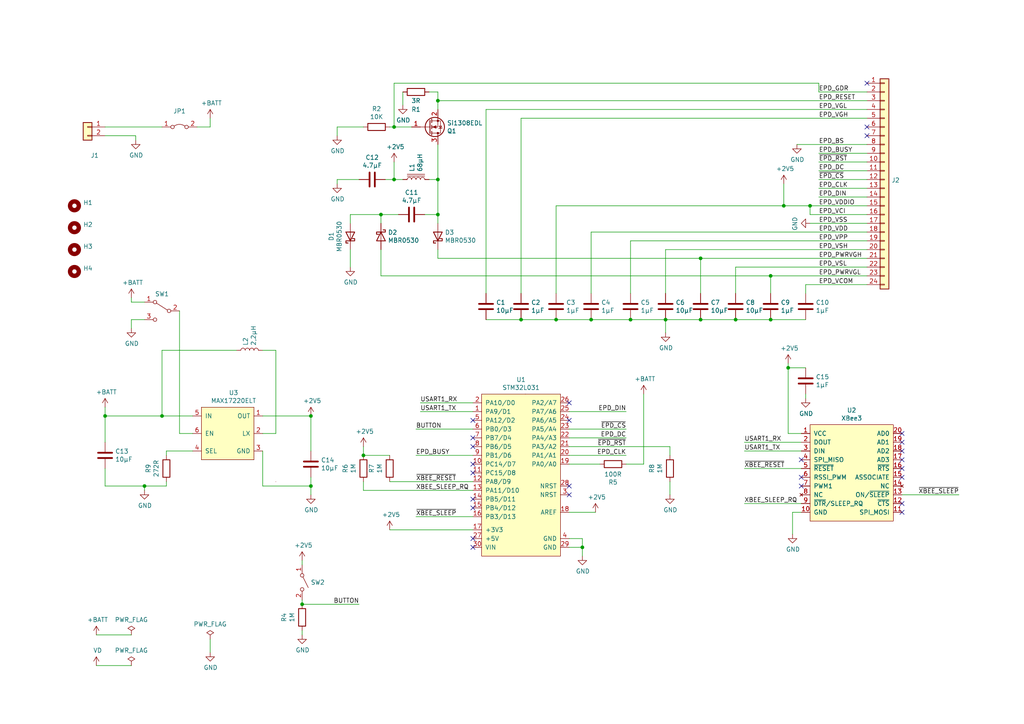
<source format=kicad_sch>
(kicad_sch (version 20211123) (generator eeschema)
  (paper "A4")
  (title_block (title "Board-V1.Ink") (date "2022-01-06") (rev "1.0") (company "INSA - GEI"))
  (lib_symbols
    (symbol "Connector_Generic:Conn_01x02" (pin_names (offset 1.016) hide)
      (property "Reference" "J" (at 0 2.54 0))
      (property "Value" "Conn_01x02" (at 0 -5.08 0))
      (symbol "Conn_01x02_1_1"
        (rectangle (start -1.27 -2.413) (end 0 -2.667) (stroke (width 0.1524)))
        (rectangle (start -1.27 0.127) (end 0 -0.127) (stroke (width 0.1524)))
        (rectangle (start -1.27 1.27) (end 1.27 -3.81) (stroke (width 0.254)) (fill (type background)))
        (pin passive line (at -5.08 0 0) (length 3.81) (name "Pin_1") (number "1"))
        (pin passive line (at -5.08 -2.54 0) (length 3.81) (name "Pin_2") (number "2"))
      )
    )
    (symbol "Connector_Generic:Conn_01x24" (pin_names (offset 1.016) hide)
      (property "Reference" "J" (at 0 30.48 0))
      (property "Value" "Conn_01x24" (at 0 -33.02 0))
      (symbol "Conn_01x24_1_1"
        (rectangle (start -1.27 -30.353) (end 0 -30.607) (stroke (width 0.1524)))
        (rectangle (start -1.27 -27.813) (end 0 -28.067) (stroke (width 0.1524)))
        (rectangle (start -1.27 -25.273) (end 0 -25.527) (stroke (width 0.1524)))
        (rectangle (start -1.27 -22.733) (end 0 -22.987) (stroke (width 0.1524)))
        (rectangle (start -1.27 -20.193) (end 0 -20.447) (stroke (width 0.1524)))
        (rectangle (start -1.27 -17.653) (end 0 -17.907) (stroke (width 0.1524)))
        (rectangle (start -1.27 -15.113) (end 0 -15.367) (stroke (width 0.1524)))
        (rectangle (start -1.27 -12.573) (end 0 -12.827) (stroke (width 0.1524)))
        (rectangle (start -1.27 -10.033) (end 0 -10.287) (stroke (width 0.1524)))
        (rectangle (start -1.27 -7.493) (end 0 -7.747) (stroke (width 0.1524)))
        (rectangle (start -1.27 -4.953) (end 0 -5.207) (stroke (width 0.1524)))
        (rectangle (start -1.27 -2.413) (end 0 -2.667) (stroke (width 0.1524)))
        (rectangle (start -1.27 0.127) (end 0 -0.127) (stroke (width 0.1524)))
        (rectangle (start -1.27 2.667) (end 0 2.413) (stroke (width 0.1524)))
        (rectangle (start -1.27 5.207) (end 0 4.953) (stroke (width 0.1524)))
        (rectangle (start -1.27 7.747) (end 0 7.493) (stroke (width 0.1524)))
        (rectangle (start -1.27 10.287) (end 0 10.033) (stroke (width 0.1524)))
        (rectangle (start -1.27 12.827) (end 0 12.573) (stroke (width 0.1524)))
        (rectangle (start -1.27 15.367) (end 0 15.113) (stroke (width 0.1524)))
        (rectangle (start -1.27 17.907) (end 0 17.653) (stroke (width 0.1524)))
        (rectangle (start -1.27 20.447) (end 0 20.193) (stroke (width 0.1524)))
        (rectangle (start -1.27 22.987) (end 0 22.733) (stroke (width 0.1524)))
        (rectangle (start -1.27 25.527) (end 0 25.273) (stroke (width 0.1524)))
        (rectangle (start -1.27 28.067) (end 0 27.813) (stroke (width 0.1524)))
        (rectangle (start -1.27 29.21) (end 1.27 -31.75) (stroke (width 0.254)) (fill (type background)))
        (pin passive line (at -5.08 27.94 0) (length 3.81) (name "Pin_1") (number "1"))
        (pin passive line (at -5.08 5.08 0) (length 3.81) (name "Pin_10") (number "10"))
        (pin passive line (at -5.08 2.54 0) (length 3.81) (name "Pin_11") (number "11"))
        (pin passive line (at -5.08 0 0) (length 3.81) (name "Pin_12") (number "12"))
        (pin passive line (at -5.08 -2.54 0) (length 3.81) (name "Pin_13") (number "13"))
        (pin passive line (at -5.08 -5.08 0) (length 3.81) (name "Pin_14") (number "14"))
        (pin passive line (at -5.08 -7.62 0) (length 3.81) (name "Pin_15") (number "15"))
        (pin passive line (at -5.08 -10.16 0) (length 3.81) (name "Pin_16") (number "16"))
        (pin passive line (at -5.08 -12.7 0) (length 3.81) (name "Pin_17") (number "17"))
        (pin passive line (at -5.08 -15.24 0) (length 3.81) (name "Pin_18") (number "18"))
        (pin passive line (at -5.08 -17.78 0) (length 3.81) (name "Pin_19") (number "19"))
        (pin passive line (at -5.08 25.4 0) (length 3.81) (name "Pin_2") (number "2"))
        (pin passive line (at -5.08 -20.32 0) (length 3.81) (name "Pin_20") (number "20"))
        (pin passive line (at -5.08 -22.86 0) (length 3.81) (name "Pin_21") (number "21"))
        (pin passive line (at -5.08 -25.4 0) (length 3.81) (name "Pin_22") (number "22"))
        (pin passive line (at -5.08 -27.94 0) (length 3.81) (name "Pin_23") (number "23"))
        (pin passive line (at -5.08 -30.48 0) (length 3.81) (name "Pin_24") (number "24"))
        (pin passive line (at -5.08 22.86 0) (length 3.81) (name "Pin_3") (number "3"))
        (pin passive line (at -5.08 20.32 0) (length 3.81) (name "Pin_4") (number "4"))
        (pin passive line (at -5.08 17.78 0) (length 3.81) (name "Pin_5") (number "5"))
        (pin passive line (at -5.08 15.24 0) (length 3.81) (name "Pin_6") (number "6"))
        (pin passive line (at -5.08 12.7 0) (length 3.81) (name "Pin_7") (number "7"))
        (pin passive line (at -5.08 10.16 0) (length 3.81) (name "Pin_8") (number "8"))
        (pin passive line (at -5.08 7.62 0) (length 3.81) (name "Pin_9") (number "9"))
      )
    )
    (symbol "Device:C" (pin_numbers hide) (pin_names (offset 0.254))
      (property "Reference" "C" (at 0.635 2.54 0))
      (property "Value" "C" (at 0.635 -2.54 0))
      (symbol "C_0_1"
        (polyline (pts (xy -2.032 -0.762) (xy 2.032 -0.762)) (stroke (width 0.508)))
        (polyline (pts (xy -2.032 0.762) (xy 2.032 0.762)) (stroke (width 0.508)))
      )
      (symbol "C_1_1"
        (pin passive line (at 0 3.81 270) (length 2.794) (name "~") (number "1"))
        (pin passive line (at 0 -3.81 90) (length 2.794) (name "~") (number "2"))
      )
    )
    (symbol "Device:L" (pin_numbers hide) (pin_names (offset 1.016) hide)
      (property "Reference" "L" (at -1.27 0 90))
      (property "Value" "L" (at 1.905 0 90))
      (symbol "L_0_1"
        (arc (start 0 -2.54) (mid 0.635 -1.905) (end 0 -1.27))
        (arc (start 0 -1.27) (mid 0.635 -0.635) (end 0 0))
        (arc (start 0 0) (mid 0.635 0.635) (end 0 1.27))
        (arc (start 0 1.27) (mid 0.635 1.905) (end 0 2.54))
      )
      (symbol "L_1_1"
        (pin passive line (at 0 3.81 270) (length 1.27) (name "1") (number "1"))
        (pin passive line (at 0 -3.81 90) (length 1.27) (name "2") (number "2"))
      )
    )
    (symbol "Device:L_Core_Iron" (pin_numbers hide) (pin_names (offset 1.016) hide)
      (property "Reference" "L" (at -1.27 0 90))
      (property "Value" "Device_L_Core_Iron" (at 2.794 0 90))
      (symbol "L_Core_Iron_0_1"
        (arc (start 0 -2.54) (mid 0.635 -1.905) (end 0 -1.27))
        (arc (start 0 -1.27) (mid 0.635 -0.635) (end 0 0))
        (polyline (pts (xy 1.016 2.54) (xy 1.016 -2.54)))
        (polyline (pts (xy 1.524 -2.54) (xy 1.524 2.54)))
        (arc (start 0 0) (mid 0.635 0.635) (end 0 1.27))
        (arc (start 0 1.27) (mid 0.635 1.905) (end 0 2.54))
      )
      (symbol "L_Core_Iron_1_1"
        (pin passive line (at 0 3.81 270) (length 1.27) (name "1") (number "1"))
        (pin passive line (at 0 -3.81 90) (length 1.27) (name "2") (number "2"))
      )
    )
    (symbol "Device:Q_NMOS_GSD" (pin_names (offset 0) hide)
      (property "Reference" "Q" (at 5.08 1.27 0))
      (property "Value" "Q_NMOS_GSD" (at 5.08 -1.27 0))
      (symbol "Q_NMOS_GSD_0_1"
        (polyline (pts (xy 0.254 0) (xy -2.54 0)))
        (polyline (pts (xy 0.254 1.905) (xy 0.254 -1.905)) (stroke (width 0.254)))
        (polyline (pts (xy 0.762 -1.27) (xy 0.762 -2.286)) (stroke (width 0.254)))
        (polyline (pts (xy 0.762 0.508) (xy 0.762 -0.508)) (stroke (width 0.254)))
        (polyline (pts (xy 0.762 2.286) (xy 0.762 1.27)) (stroke (width 0.254)))
        (polyline (pts (xy 2.54 2.54) (xy 2.54 1.778)))
        (polyline (pts (xy 2.54 -2.54) (xy 2.54 0) (xy 0.762 0)))
        (polyline (pts (xy 0.762 -1.778) (xy 3.302 -1.778) (xy 3.302 1.778) (xy 0.762 1.778)))
        (polyline (pts (xy 1.016 0) (xy 2.032 0.381) (xy 2.032 -0.381) (xy 1.016 0)) (fill (type outline)))
        (polyline (pts (xy 2.794 0.508) (xy 2.921 0.381) (xy 3.683 0.381) (xy 3.81 0.254)))
        (polyline (pts (xy 3.302 0.381) (xy 2.921 -0.254) (xy 3.683 -0.254) (xy 3.302 0.381)))
        (circle (center 1.651 0) (radius 2.794) (stroke (width 0.254)))
        (circle (center 2.54 -1.778) (radius 0.254) (fill (type outline)))
        (circle (center 2.54 1.778) (radius 0.254) (fill (type outline)))
      )
      (symbol "Q_NMOS_GSD_1_1"
        (pin input line (at -5.08 0 0) (length 2.54) (name "G") (number "1"))
        (pin passive line (at 2.54 -5.08 90) (length 2.54) (name "S") (number "2"))
        (pin passive line (at 2.54 5.08 270) (length 2.54) (name "D") (number "3"))
      )
    )
    (symbol "Device:R" (pin_numbers hide) (pin_names (offset 0))
      (property "Reference" "R" (at 2.032 0 90))
      (property "Value" "R" (at 0 0 90))
      (symbol "R_0_1"
        (rectangle (start -1.016 -2.54) (end 1.016 2.54) (stroke (width 0.254)))
      )
      (symbol "R_1_1"
        (pin passive line (at 0 3.81 270) (length 1.27) (name "~") (number "1"))
        (pin passive line (at 0 -3.81 90) (length 1.27) (name "~") (number "2"))
      )
    )
    (symbol "Diode:MBR0530" (pin_numbers hide) (pin_names (offset 1.016) hide)
      (property "Reference" "D" (at 0 2.54 0))
      (property "Value" "MBR0530" (at 0 -2.54 0))
      (symbol "MBR0530_0_1"
        (polyline (pts (xy 1.27 0) (xy -1.27 0)))
        (polyline (pts (xy 1.27 1.27) (xy 1.27 -1.27) (xy -1.27 0) (xy 1.27 1.27)) (stroke (width 0.254)))
        (polyline (pts (xy -1.905 0.635) (xy -1.905 1.27) (xy -1.27 1.27) (xy -1.27 -1.27) (xy -0.635 -1.27) (xy -0.635 -0.635)) (stroke (width 0.254)))
      )
      (symbol "MBR0530_1_1"
        (pin passive line (at -3.81 0 0) (length 2.54) (name "K") (number "1"))
        (pin passive line (at 3.81 0 180) (length 2.54) (name "A") (number "2"))
      )
    )
    (symbol "Insa:MAX17220" (pin_names (offset 1.016))
      (property "Reference" "U" (at 0 12.7 0))
      (property "Value" "Insa_MAX17220" (at 0 -7.62 0))
      (symbol "MAX17220_0_1"
        (rectangle (start -7.62 10.16) (end 7.62 -5.08) (fill (type background)))
        (rectangle (start 13.97 -11.43) (end 13.97 -11.43))
      )
      (symbol "MAX17220_1_1"
        (pin power_out line (at 10.16 7.62 180) (length 2.54) (name "OUT") (number "1"))
        (pin bidirectional line (at 10.16 2.54 180) (length 2.54) (name "LX") (number "2"))
        (pin power_in line (at 10.16 -2.54 180) (length 2.54) (name "GND") (number "3"))
        (pin bidirectional line (at -10.16 -2.54 0) (length 2.54) (name "SEL") (number "4"))
        (pin power_in line (at -10.16 7.62 0) (length 2.54) (name "IN") (number "5"))
        (pin input line (at -10.16 2.54 0) (length 2.54) (name "EN") (number "6"))
      )
    )
    (symbol "Insa:STM32L031" (pin_names (offset 1.016))
      (property "Reference" "U" (at 0 25.4 0))
      (property "Value" "Insa_STM32L031" (at -1.27 -25.4 0))
      (symbol "STM32L031_0_1"
        (rectangle (start -12.7 22.86) (end 10.16 -24.13) (fill (type background)))
        (rectangle (start 0 22.86) (end 0 22.86))
      )
      (symbol "STM32L031_1_1"
        (pin bidirectional line (at -15.24 17.78 0) (length 2.54) (name "PA9/D1") (number "1"))
        (pin bidirectional line (at -15.24 2.54 0) (length 2.54) (name "PC14/D7") (number "10"))
        (pin bidirectional line (at -15.24 0 0) (length 2.54) (name "PC15/D8") (number "11"))
        (pin bidirectional line (at -15.24 -2.54 0) (length 2.54) (name "PA8/D9") (number "12"))
        (pin bidirectional line (at -15.24 -5.08 0) (length 2.54) (name "PA11/D10") (number "13"))
        (pin bidirectional line (at -15.24 -7.62 0) (length 2.54) (name "PB5/D11") (number "14"))
        (pin bidirectional line (at -15.24 -10.16 0) (length 2.54) (name "PB4/D12") (number "15"))
        (pin bidirectional line (at -15.24 -12.7 0) (length 2.54) (name "PB3/D13") (number "16"))
        (pin power_in line (at -15.24 -16.51 0) (length 2.54) (name "+3V3") (number "17"))
        (pin power_in line (at 12.7 -11.43 180) (length 2.54) (name "AREF") (number "18"))
        (pin bidirectional line (at 12.7 2.54 180) (length 2.54) (name "PA0/A0") (number "19"))
        (pin bidirectional line (at -15.24 20.32 0) (length 2.54) (name "PA10/D0") (number "2"))
        (pin bidirectional line (at 12.7 5.08 180) (length 2.54) (name "PA1/A1") (number "20"))
        (pin bidirectional line (at 12.7 7.62 180) (length 2.54) (name "PA3/A2") (number "21"))
        (pin bidirectional line (at 12.7 10.16 180) (length 2.54) (name "PA4/A3") (number "22"))
        (pin bidirectional line (at 12.7 12.7 180) (length 2.54) (name "PA5/A4") (number "23"))
        (pin bidirectional line (at 12.7 15.24 180) (length 2.54) (name "PA6/A5") (number "24"))
        (pin bidirectional line (at 12.7 17.78 180) (length 2.54) (name "PA7/A6") (number "25"))
        (pin bidirectional line (at 12.7 20.32 180) (length 2.54) (name "PA2/A7") (number "26"))
        (pin power_in line (at -15.24 -19.05 0) (length 2.54) (name "+5V") (number "27"))
        (pin input line (at 12.7 -3.81 180) (length 2.54) (name "NRST") (number "28"))
        (pin power_in line (at 12.7 -21.59 180) (length 2.54) (name "GND") (number "29"))
        (pin input line (at 12.7 -6.35 180) (length 2.54) (name "NRST") (number "3"))
        (pin power_in line (at -15.24 -21.59 0) (length 2.54) (name "VIN") (number "30"))
        (pin power_in line (at 12.7 -19.05 180) (length 2.54) (name "GND") (number "4"))
        (pin bidirectional line (at -15.24 15.24 0) (length 2.54) (name "PA12/D2") (number "5"))
        (pin bidirectional line (at -15.24 12.7 0) (length 2.54) (name "PB0/D3") (number "6"))
        (pin bidirectional line (at -15.24 10.16 0) (length 2.54) (name "PB7/D4") (number "7"))
        (pin bidirectional line (at -15.24 7.62 0) (length 2.54) (name "PB6/D5") (number "8"))
        (pin bidirectional line (at -15.24 5.08 0) (length 2.54) (name "PB1/D6") (number "9"))
      )
    )
    (symbol "Insa:XBee3" (pin_names (offset 1.016))
      (property "Reference" "U" (at 0 -5.08 0))
      (property "Value" "Insa_XBee3" (at 0 -7.62 0))
      (symbol "XBee3_0_1"
        (rectangle (start -11.43 25.4) (end 12.7 -2.54) (fill (type background)))
      )
      (symbol "XBee3_1_1"
        (pin power_in line (at -13.97 22.86 0) (length 2.54) (name "VCC") (number "1"))
        (pin power_in line (at -13.97 0 0) (length 2.54) (name "GND") (number "10"))
        (pin bidirectional line (at 15.24 0 180) (length 2.54) (name "SPI_MOSI") (number "11"))
        (pin bidirectional line (at 15.24 2.54 180) (length 2.54) (name "~{CTS}") (number "12"))
        (pin bidirectional line (at 15.24 5.08 180) (length 2.54) (name "ON/~{SLEEP}") (number "13"))
        (pin no_connect line (at 15.24 7.62 180) (length 2.54) (name "NC") (number "14"))
        (pin bidirectional line (at 15.24 10.16 180) (length 2.54) (name "ASSOCIATE") (number "15"))
        (pin bidirectional line (at 15.24 12.7 180) (length 2.54) (name "~{RTS}") (number "16"))
        (pin bidirectional line (at 15.24 15.24 180) (length 2.54) (name "AD3") (number "17"))
        (pin bidirectional line (at 15.24 17.78 180) (length 2.54) (name "AD2") (number "18"))
        (pin bidirectional line (at 15.24 20.32 180) (length 2.54) (name "AD1") (number "19"))
        (pin bidirectional line (at -13.97 20.32 0) (length 2.54) (name "DOUT") (number "2"))
        (pin bidirectional line (at 15.24 22.86 180) (length 2.54) (name "AD0") (number "20"))
        (pin bidirectional line (at -13.97 17.78 0) (length 2.54) (name "DIN") (number "3"))
        (pin bidirectional line (at -13.97 15.24 0) (length 2.54) (name "SPI_MISO") (number "4"))
        (pin input line (at -13.97 12.7 0) (length 2.54) (name "~{RESET}") (number "5"))
        (pin bidirectional line (at -13.97 10.16 0) (length 2.54) (name "RSSI_PWM") (number "6"))
        (pin bidirectional line (at -13.97 7.62 0) (length 2.54) (name "PWM1") (number "7"))
        (pin no_connect line (at -13.97 5.08 0) (length 2.54) (name "NC") (number "8"))
        (pin bidirectional line (at -13.97 2.54 0) (length 2.54) (name "~{DTR}/SLEEP_RQ") (number "9"))
      )
    )
    (symbol "Jumper:Jumper_2_Bridged" (pin_names (offset 0) hide)
      (property "Reference" "JP" (at 0 1.905 0))
      (property "Value" "Jumper_2_Bridged" (at 0 -2.54 0))
      (symbol "Jumper_2_Bridged_0_0"
        (circle (center -2.032 0) (radius 0.508))
        (circle (center 2.032 0) (radius 0.508))
      )
      (symbol "Jumper_2_Bridged_0_1"
        (arc (start 1.524 0.254) (mid 0 0.762) (end -1.524 0.254))
      )
      (symbol "Jumper_2_Bridged_1_1"
        (pin passive line (at -5.08 0 0) (length 2.54) (name "A") (number "1"))
        (pin passive line (at 5.08 0 180) (length 2.54) (name "B") (number "2"))
      )
    )
    (symbol "Mechanical:MountingHole" (pin_names (offset 1.016))
      (property "Reference" "H" (at 0 5.08 0))
      (property "Value" "MountingHole" (at 0 3.175 0))
      (symbol "MountingHole_0_1"
        (circle (center 0 0) (radius 1.27) (stroke (width 1.27)))
      )
    )
    (symbol "Switch:SW_SPDT" (pin_names (offset 0) hide)
      (property "Reference" "SW" (at 0 4.318 0))
      (property "Value" "SW_SPDT" (at 0 -5.08 0))
      (symbol "SW_SPDT_0_0"
        (circle (center -2.032 0) (radius 0.508))
        (circle (center 2.032 -2.54) (radius 0.508))
      )
      (symbol "SW_SPDT_0_1"
        (polyline (pts (xy -1.524 0.254) (xy 1.651 2.286)))
        (circle (center 2.032 2.54) (radius 0.508))
      )
      (symbol "SW_SPDT_1_1"
        (pin passive line (at 5.08 2.54 180) (length 2.54) (name "A") (number "1"))
        (pin passive line (at -5.08 0 0) (length 2.54) (name "B") (number "2"))
        (pin passive line (at 5.08 -2.54 180) (length 2.54) (name "C") (number "3"))
      )
    )
    (symbol "Switch:SW_SPST" (pin_names (offset 0) hide)
      (property "Reference" "SW" (at 0 3.175 0))
      (property "Value" "SW_SPST" (at 0 -2.54 0))
      (symbol "SW_SPST_0_0"
        (circle (center -2.032 0) (radius 0.508))
        (polyline (pts (xy -1.524 0.254) (xy 1.524 1.778)))
        (circle (center 2.032 0) (radius 0.508))
      )
      (symbol "SW_SPST_1_1"
        (pin passive line (at -5.08 0 0) (length 2.54) (name "A") (number "1"))
        (pin passive line (at 5.08 0 180) (length 2.54) (name "B") (number "2"))
      )
    )
    (symbol "power:+2V5" (power) (pin_names (offset 0))
      (property "Value" "+2V5" (at 0 3.556 0))
      (symbol "+2V5_0_1"
        (polyline (pts (xy -0.762 1.27) (xy 0 2.54)))
        (polyline (pts (xy 0 0) (xy 0 2.54)))
        (polyline (pts (xy 0 2.54) (xy 0.762 1.27)))
      )
      (symbol "+2V5_1_1"
        (pin power_in line (at 0 0 90) (length 0) hide (name "+2V5") (number "1"))
      )
    )
    (symbol "power:+BATT" (power) (pin_names (offset 0))
      (property "Value" "+BATT" (at 0 3.556 0))
      (symbol "+BATT_0_1"
        (polyline (pts (xy -0.762 1.27) (xy 0 2.54)))
        (polyline (pts (xy 0 0) (xy 0 2.54)))
        (polyline (pts (xy 0 2.54) (xy 0.762 1.27)))
      )
      (symbol "+BATT_1_1"
        (pin power_in line (at 0 0 90) (length 0) hide (name "+BATT") (number "1"))
      )
    )
    (symbol "power:GND" (power) (pin_names (offset 0))
      (property "Value" "GND" (at 0 -3.81 0))
      (symbol "GND_0_1"
        (polyline (pts (xy 0 0) (xy 0 -1.27) (xy 1.27 -1.27) (xy 0 -2.54) (xy -1.27 -1.27) (xy 0 -1.27)))
      )
      (symbol "GND_1_1"
        (pin power_in line (at 0 0 270) (length 0) hide (name "GND") (number "1"))
      )
    )
    (symbol "power:PWR_FLAG" (power) (pin_numbers hide) (pin_names (offset 0) hide)
      (property "Value" "PWR_FLAG" (at 0 3.81 0))
      (symbol "PWR_FLAG_0_0"
        (pin power_out line (at 0 0 90) (length 0) (name "pwr") (number "1"))
      )
      (symbol "PWR_FLAG_0_1"
        (polyline (pts (xy 0 0) (xy 0 1.27) (xy -1.016 1.905) (xy 0 2.54) (xy 1.016 1.905) (xy 0 1.27)))
      )
    )
    (symbol "power:VD" (power) (pin_names (offset 0))
      (property "Value" "VD" (at 0 3.81 0))
      (symbol "VD_0_1"
        (polyline (pts (xy -0.762 1.27) (xy 0 2.54)))
        (polyline (pts (xy 0 0) (xy 0 2.54)))
        (polyline (pts (xy 0 2.54) (xy 0.762 1.27)))
      )
      (symbol "VD_1_1"
        (pin power_in line (at 0 0 90) (length 0) hide (name "VD") (number "1"))
      )
    )
  )
  (junction (at 90.17 140.97))
  (junction (at 127 62.23))
  (junction (at 161.29 92.71))
  (junction (at 228.6 106.68))
  (junction (at 46.99 120.65))
  (junction (at 193.04 92.71))
  (junction (at 151.13 92.71))
  (junction (at 182.88 92.71))
  (junction (at 223.52 80.01))
  (junction (at 234.95 59.69))
  (junction (at 227.33 59.69))
  (junction (at 114.3 52.07))
  (junction (at 114.3 36.83))
  (junction (at 87.63 175.26))
  (junction (at 41.91 140.97))
  (junction (at 90.17 120.65))
  (junction (at 30.48 120.65))
  (junction (at 171.45 92.71))
  (junction (at 105.41 132.08))
  (junction (at 223.52 92.71))
  (junction (at 203.2 92.71))
  (junction (at 127 29.21))
  (junction (at 127 52.07))
  (junction (at 203.2 74.93))
  (junction (at 213.36 92.71))
  (junction (at 110.49 62.23))
  (junction (at 168.91 158.75))
  (no_connect (at 232.41 133.35))
  (no_connect (at 232.41 138.43))
  (no_connect (at 165.1 140.97))
  (no_connect (at 137.16 121.92))
  (no_connect (at 137.16 156.21))
  (no_connect (at 251.46 24.13))
  (no_connect (at 137.16 127))
  (no_connect (at 137.16 144.78))
  (no_connect (at 137.16 137.16))
  (no_connect (at 261.62 138.43))
  (no_connect (at 251.46 36.83))
  (no_connect (at 137.16 134.62))
  (no_connect (at 232.41 140.97))
  (no_connect (at 137.16 158.75))
  (no_connect (at 251.46 39.37))
  (no_connect (at 261.62 130.81))
  (no_connect (at 261.62 133.35))
  (no_connect (at 165.1 116.84))
  (no_connect (at 165.1 121.92))
  (no_connect (at 261.62 128.27))
  (no_connect (at 261.62 148.59))
  (no_connect (at 165.1 143.51))
  (no_connect (at 261.62 135.89))
  (no_connect (at 261.62 146.05))
  (no_connect (at 261.62 125.73))
  (no_connect (at 137.16 129.54))
  (no_connect (at 137.16 147.32))
  (wire (pts (xy 151.13 34.29) (xy 151.13 85.09)))
  (wire (pts (xy 90.17 140.97) (xy 90.17 143.51)))
  (wire (pts (xy 127 29.21) (xy 251.46 29.21)))
  (wire (pts (xy 223.52 80.01) (xy 251.46 80.01)))
  (wire (pts (xy 137.16 124.46) (xy 120.65 124.46)))
  (wire (pts (xy 186.69 114.3) (xy 186.69 134.62)))
  (wire (pts (xy 194.31 139.7) (xy 194.31 143.51)))
  (wire (pts (xy 127 62.23) (xy 127 64.77)))
  (wire (pts (xy 127 52.07) (xy 127 62.23)))
  (wire (pts (xy 165.1 156.21) (xy 168.91 156.21)))
  (wire (pts (xy 30.48 39.37) (xy 39.37 39.37)))
  (wire (pts (xy 137.16 149.86) (xy 120.65 149.86)))
  (wire (pts (xy 30.48 118.11) (xy 30.48 120.65)))
  (wire (pts (xy 231.14 41.91) (xy 251.46 41.91)))
  (wire (pts (xy 229.87 148.59) (xy 229.87 154.94)))
  (wire (pts (xy 165.1 134.62) (xy 173.99 134.62)))
  (wire (pts (xy 39.37 39.37) (xy 39.37 40.64)))
  (wire (pts (xy 251.46 49.53) (xy 237.49 49.53)))
  (wire (pts (xy 101.6 72.39) (xy 101.6 77.47)))
  (wire (pts (xy 194.31 129.54) (xy 194.31 132.08)))
  (wire (pts (xy 41.91 140.97) (xy 48.26 140.97)))
  (wire (pts (xy 165.1 124.46) (xy 181.61 124.46)))
  (wire (pts (xy 76.2 120.65) (xy 90.17 120.65)))
  (wire (pts (xy 193.04 92.71) (xy 182.88 92.71)))
  (wire (pts (xy 60.96 185.42) (xy 60.96 189.23)))
  (wire (pts (xy 87.63 175.26) (xy 104.14 175.26)))
  (wire (pts (xy 227.33 59.69) (xy 234.95 59.69)))
  (wire (pts (xy 114.3 24.13) (xy 237.49 24.13)))
  (wire (pts (xy 213.36 77.47) (xy 213.36 85.09)))
  (wire (pts (xy 140.97 31.75) (xy 140.97 85.09)))
  (wire (pts (xy 223.52 92.71) (xy 213.36 92.71)))
  (wire (pts (xy 30.48 36.83) (xy 46.99 36.83)))
  (wire (pts (xy 127 29.21) (xy 127 31.75)))
  (wire (pts (xy 110.49 62.23) (xy 115.57 62.23)))
  (wire (pts (xy 111.76 52.07) (xy 114.3 52.07)))
  (wire (pts (xy 161.29 59.69) (xy 161.29 85.09)))
  (wire (pts (xy 228.6 105.41) (xy 228.6 106.68)))
  (wire (pts (xy 80.01 101.6) (xy 76.2 101.6)))
  (wire (pts (xy 41.91 87.63) (xy 38.1 87.63)))
  (wire (pts (xy 105.41 132.08) (xy 113.03 132.08)))
  (wire (pts (xy 123.19 62.23) (xy 127 62.23)))
  (wire (pts (xy 57.15 36.83) (xy 60.96 36.83)))
  (wire (pts (xy 105.41 139.7) (xy 105.41 142.24)))
  (wire (pts (xy 233.68 114.3) (xy 233.68 115.57)))
  (wire (pts (xy 46.99 120.65) (xy 46.99 101.6)))
  (wire (pts (xy 87.63 173.99) (xy 87.63 175.26)))
  (wire (pts (xy 87.63 182.88) (xy 87.63 184.15)))
  (wire (pts (xy 232.41 130.81) (xy 215.9 130.81)))
  (wire (pts (xy 30.48 120.65) (xy 30.48 128.27)))
  (wire (pts (xy 223.52 80.01) (xy 223.52 85.09)))
  (wire (pts (xy 213.36 77.47) (xy 251.46 77.47)))
  (wire (pts (xy 137.16 132.08) (xy 120.65 132.08)))
  (wire (pts (xy 161.29 92.71) (xy 151.13 92.71)))
  (wire (pts (xy 227.33 53.34) (xy 227.33 59.69)))
  (wire (pts (xy 193.04 92.71) (xy 193.04 96.52)))
  (wire (pts (xy 52.07 90.17) (xy 52.07 125.73)))
  (wire (pts (xy 114.3 46.99) (xy 114.3 52.07)))
  (wire (pts (xy 168.91 158.75) (xy 168.91 161.29)))
  (wire (pts (xy 38.1 87.63) (xy 38.1 86.36)))
  (wire (pts (xy 251.46 26.67) (xy 237.49 26.67)))
  (wire (pts (xy 233.68 82.55) (xy 251.46 82.55)))
  (wire (pts (xy 186.69 134.62) (xy 181.61 134.62)))
  (wire (pts (xy 127 74.93) (xy 127 72.39)))
  (wire (pts (xy 46.99 120.65) (xy 55.88 120.65)))
  (wire (pts (xy 234.95 62.23) (xy 234.95 59.69)))
  (wire (pts (xy 232.41 125.73) (xy 228.6 125.73)))
  (wire (pts (xy 97.79 36.83) (xy 97.79 39.37)))
  (wire (pts (xy 165.1 148.59) (xy 172.72 148.59)))
  (wire (pts (xy 251.46 46.99) (xy 237.49 46.99)))
  (wire (pts (xy 251.46 57.15) (xy 237.49 57.15)))
  (wire (pts (xy 234.95 62.23) (xy 251.46 62.23)))
  (wire (pts (xy 165.1 119.38) (xy 181.61 119.38)))
  (wire (pts (xy 228.6 106.68) (xy 228.6 125.73)))
  (wire (pts (xy 97.79 52.07) (xy 97.79 53.34)))
  (wire (pts (xy 48.26 140.97) (xy 48.26 139.7)))
  (wire (pts (xy 232.41 128.27) (xy 215.9 128.27)))
  (wire (pts (xy 124.46 52.07) (xy 127 52.07)))
  (wire (pts (xy 171.45 67.31) (xy 251.46 67.31)))
  (wire (pts (xy 101.6 62.23) (xy 110.49 62.23)))
  (wire (pts (xy 203.2 74.93) (xy 251.46 74.93)))
  (wire (pts (xy 232.41 146.05) (xy 215.9 146.05)))
  (wire (pts (xy 41.91 142.24) (xy 41.91 140.97)))
  (wire (pts (xy 48.26 130.81) (xy 48.26 132.08)))
  (wire (pts (xy 161.29 59.69) (xy 227.33 59.69)))
  (wire (pts (xy 182.88 92.71) (xy 171.45 92.71)))
  (wire (pts (xy 261.62 143.51) (xy 278.13 143.51)))
  (wire (pts (xy 30.48 135.89) (xy 30.48 140.97)))
  (wire (pts (xy 228.6 106.68) (xy 233.68 106.68)))
  (wire (pts (xy 232.41 148.59) (xy 229.87 148.59)))
  (wire (pts (xy 165.1 158.75) (xy 168.91 158.75)))
  (wire (pts (xy 165.1 127) (xy 181.61 127)))
  (wire (pts (xy 137.16 119.38) (xy 121.92 119.38)))
  (wire (pts (xy 203.2 74.93) (xy 203.2 85.09)))
  (wire (pts (xy 110.49 80.01) (xy 110.49 72.39)))
  (wire (pts (xy 27.94 193.04) (xy 38.1 193.04)))
  (wire (pts (xy 110.49 64.77) (xy 110.49 62.23)))
  (wire (pts (xy 114.3 36.83) (xy 114.3 24.13)))
  (wire (pts (xy 46.99 101.6) (xy 68.58 101.6)))
  (wire (pts (xy 55.88 125.73) (xy 52.07 125.73)))
  (wire (pts (xy 193.04 72.39) (xy 193.04 85.09)))
  (wire (pts (xy 90.17 120.65) (xy 90.17 130.81)))
  (wire (pts (xy 203.2 74.93) (xy 127 74.93)))
  (wire (pts (xy 251.46 44.45) (xy 237.49 44.45)))
  (wire (pts (xy 234.95 64.77) (xy 251.46 64.77)))
  (wire (pts (xy 127 26.67) (xy 127 29.21)))
  (wire (pts (xy 113.03 153.67) (xy 137.16 153.67)))
  (wire (pts (xy 127 41.91) (xy 127 52.07)))
  (wire (pts (xy 76.2 140.97) (xy 90.17 140.97)))
  (wire (pts (xy 213.36 92.71) (xy 203.2 92.71)))
  (wire (pts (xy 182.88 69.85) (xy 251.46 69.85)))
  (wire (pts (xy 171.45 67.31) (xy 171.45 85.09)))
  (wire (pts (xy 60.96 34.29) (xy 60.96 36.83)))
  (wire (pts (xy 116.84 30.48) (xy 116.84 26.67)))
  (wire (pts (xy 124.46 26.67) (xy 127 26.67)))
  (wire (pts (xy 76.2 125.73) (xy 80.01 125.73)))
  (wire (pts (xy 90.17 138.43) (xy 90.17 140.97)))
  (wire (pts (xy 203.2 92.71) (xy 193.04 92.71)))
  (wire (pts (xy 105.41 36.83) (xy 97.79 36.83)))
  (wire (pts (xy 151.13 92.71) (xy 140.97 92.71)))
  (wire (pts (xy 46.99 120.65) (xy 30.48 120.65)))
  (wire (pts (xy 105.41 129.54) (xy 105.41 132.08)))
  (wire (pts (xy 151.13 34.29) (xy 251.46 34.29)))
  (wire (pts (xy 38.1 92.71) (xy 38.1 95.25)))
  (wire (pts (xy 233.68 92.71) (xy 223.52 92.71)))
  (wire (pts (xy 80.01 125.73) (xy 80.01 101.6)))
  (wire (pts (xy 233.68 82.55) (xy 233.68 85.09)))
  (wire (pts (xy 30.48 140.97) (xy 41.91 140.97)))
  (wire (pts (xy 38.1 184.15) (xy 27.94 184.15)))
  (wire (pts (xy 114.3 52.07) (xy 116.84 52.07)))
  (wire (pts (xy 251.46 52.07) (xy 237.49 52.07)))
  (wire (pts (xy 41.91 92.71) (xy 38.1 92.71)))
  (wire (pts (xy 76.2 130.81) (xy 76.2 140.97)))
  (wire (pts (xy 232.41 135.89) (xy 215.9 135.89)))
  (wire (pts (xy 104.14 52.07) (xy 97.79 52.07)))
  (wire (pts (xy 165.1 132.08) (xy 181.61 132.08)))
  (wire (pts (xy 87.63 162.56) (xy 87.63 163.83)))
  (wire (pts (xy 101.6 64.77) (xy 101.6 62.23)))
  (wire (pts (xy 171.45 92.71) (xy 161.29 92.71)))
  (wire (pts (xy 251.46 54.61) (xy 237.49 54.61)))
  (wire (pts (xy 137.16 116.84) (xy 121.92 116.84)))
  (wire (pts (xy 234.95 59.69) (xy 251.46 59.69)))
  (wire (pts (xy 113.03 139.7) (xy 137.16 139.7)))
  (wire (pts (xy 48.26 130.81) (xy 55.88 130.81)))
  (wire (pts (xy 105.41 142.24) (xy 137.16 142.24)))
  (wire (pts (xy 119.38 36.83) (xy 114.3 36.83)))
  (wire (pts (xy 168.91 156.21) (xy 168.91 158.75)))
  (wire (pts (xy 140.97 31.75) (xy 251.46 31.75)))
  (wire (pts (xy 193.04 72.39) (xy 251.46 72.39)))
  (wire (pts (xy 182.88 69.85) (xy 182.88 85.09)))
  (wire (pts (xy 114.3 36.83) (xy 113.03 36.83)))
  (wire (pts (xy 237.49 24.13) (xy 237.49 26.67)))
  (wire (pts (xy 165.1 129.54) (xy 194.31 129.54)))
  (wire (pts (xy 223.52 80.01) (xy 110.49 80.01)))
  (label "EPD_VSS" (at 237.49 64.77 0))
  (label "EPD_CLK" (at 181.61 132.08 180))
  (label "EPD_BS" (at 237.49 41.91 0))
  (label "EPD_VDD" (at 237.49 67.31 0))
  (label "EPD_VPP" (at 237.49 69.85 0))
  (label "USART1_TX" (at 121.92 119.38 0))
  (label "~{EPD_RST}" (at 237.49 46.99 0))
  (label "~{EPD_RST}" (at 181.61 129.54 180))
  (label "XBEE_SLEEP_RQ" (at 215.9 146.05 0))
  (label "EPD_BUSY" (at 237.49 44.45 0))
  (label "EPD_VCOM" (at 237.49 82.55 0))
  (label "EPD_CLK" (at 237.49 54.61 0))
  (label "EPD_DC" (at 237.49 49.53 0))
  (label "EPD_VDDIO" (at 237.49 59.69 0))
  (label "USART1_TX" (at 215.9 130.81 0))
  (label "EPD_VSL" (at 237.49 77.47 0))
  (label "EPD_PWRVGL" (at 237.49 80.01 0))
  (label "EPD_DC" (at 181.61 127 180))
  (label "~{EPD_CS}" (at 181.61 124.46 180))
  (label "EPD_PWRVGH" (at 237.49 74.93 0))
  (label "EPD_DIN" (at 181.61 119.38 180))
  (label "EPD_VGL" (at 237.49 31.75 0))
  (label "BUTTON" (at 120.65 124.46 0))
  (label "~{XBEE_SLEEP}" (at 278.13 143.51 180))
  (label "USART1_RX" (at 215.9 128.27 0))
  (label "EPD_DIN" (at 237.49 57.15 0))
  (label "BUTTON" (at 104.14 175.26 180))
  (label "EPD_VSH" (at 237.49 72.39 0))
  (label "~{EPD_CS}" (at 237.49 52.07 0))
  (label "~{XBEE_RESET}" (at 215.9 135.89 0))
  (label "EPD_RESET" (at 237.49 29.21 0))
  (label "XBEE_SLEEP_RQ" (at 120.65 142.24 0))
  (label "EPD_BUSY" (at 120.65 132.08 0))
  (label "EPD_VCI" (at 237.49 62.23 0))
  (label "EPD_GDR" (at 237.49 26.67 0))
  (label "~{XBEE_RESET}" (at 120.65 139.7 0))
  (label "EPD_VGH" (at 237.49 34.29 0))
  (label "~{XBEE_SLEEP}" (at 120.65 149.86 0))
  (label "USART1_RX" (at 121.92 116.84 0))
  (symbol (lib_id "Connector_Generic:Conn_01x24") (at 256.54 52.07 0) (unit 1)
    (property "Reference" "J2" (at 258.572 52.2732 0) (effects (justify left)))
    (property "Value" "Conn_01x24" (effects hide))
    (property "Footprint" "Connector_FFC-FPC:Hirose_FH12-24S-0.5SH_1x24-1MP_P0.50mm_Horizontal" (effects hide))
  )
  (symbol (lib_id "Connector_Generic:Conn_01x02") (at 25.4 36.83 0) (mirror y) (unit 1)
    (property "Reference" "J1" (at 27.4828 45.085 0))
    (property "Value" "Conn_01x02" (effects hide))
    (property "Footprint" "Connector_PinHeader_2.54mm:PinHeader_1x02_P2.54mm_Vertical" (effects hide))
  )
  (symbol (lib_id "power:+BATT") (at 60.96 34.29 0) (unit 1)
    (property "Reference" "#PWR0101" (effects hide))
    (property "Value" "+BATT" (at 61.341 29.8958 0))
  )
  (symbol (lib_id "power:GND") (at 39.37 40.64 0) (unit 1)
    (property "Reference" "#PWR0102" (effects hide))
    (property "Value" "GND" (at 39.497 45.0342 0))
  )
  (symbol (lib_id "Device:C") (at 233.68 88.9 0) (unit 1)
    (property "Reference" "C10" (at 236.601 87.7316 0) (effects (justify left)))
    (property "Value" "1µF" (at 236.601 90.043 0) (effects (justify left)))
    (property "Footprint" "Capacitor_SMD:C_0603_1608Metric" (effects hide))
  )
  (symbol (lib_id "Device:L_Core_Iron") (at 120.65 52.07 90) (unit 1)
    (property "Reference" "L1" (at 119.4816 49.8348 0) (effects (justify left)))
    (property "Value" "68µH" (at 121.793 49.8348 0) (effects (justify left)))
    (property "Footprint" "Inductor_SMD:L_1210_3225Metric_Pad1.42x2.65mm_HandSolder" (effects hide))
  )
  (symbol (lib_id "power:GND") (at 234.95 64.77 270) (unit 1)
    (property "Reference" "#PWR0104" (effects hide))
    (property "Value" "GND" (at 230.5558 64.897 0))
  )
  (symbol (lib_id "Diode:MBR0530") (at 101.6 68.58 90) (unit 1)
    (property "Reference" "D1" (at 96.0882 68.58 0))
    (property "Value" "MBR0530" (at 98.3996 68.58 0))
    (property "Footprint" "Diode_SMD:D_TUMD2" (effects hide))
    (property "Datasheet" "http://www.mccsemi.com/up_pdf/MBR0520~MBR0580(SOD123).pdf" (effects hide))
  )
  (symbol (lib_id "Device:Q_NMOS_GSD") (at 124.46 36.83 0) (mirror x) (unit 1)
    (property "Reference" "Q1" (at 129.6416 37.9984 0) (effects (justify left)))
    (property "Value" "Si1308EDL" (at 129.6416 35.687 0) (effects (justify left)))
    (property "Footprint" "Package_TO_SOT_SMD:SOT-323_SC-70" (effects hide))
  )
  (symbol (lib_id "Diode:MBR0530") (at 110.49 68.58 270) (unit 1)
    (property "Reference" "D2" (at 112.522 67.4116 90) (effects (justify left)))
    (property "Value" "MBR0530" (at 112.522 69.723 90) (effects (justify left)))
    (property "Footprint" "Diode_SMD:D_TUMD2" (effects hide))
    (property "Datasheet" "http://www.mccsemi.com/up_pdf/MBR0520~MBR0580(SOD123).pdf" (effects hide))
  )
  (symbol (lib_id "Diode:MBR0530") (at 127 68.58 90) (unit 1)
    (property "Reference" "D3" (at 129.032 67.4116 90) (effects (justify right)))
    (property "Value" "MBR0530" (at 129.032 69.723 90) (effects (justify right)))
    (property "Footprint" "Diode_SMD:D_TUMD2" (effects hide))
    (property "Datasheet" "http://www.mccsemi.com/up_pdf/MBR0520~MBR0580(SOD123).pdf" (effects hide))
  )
  (symbol (lib_id "Device:C") (at 223.52 88.9 0) (unit 1)
    (property "Reference" "C9" (at 226.441 87.7316 0) (effects (justify left)))
    (property "Value" "1µF" (at 226.441 90.043 0) (effects (justify left)))
    (property "Footprint" "Capacitor_SMD:C_0603_1608Metric" (effects hide))
  )
  (symbol (lib_id "Device:C") (at 213.36 88.9 0) (unit 1)
    (property "Reference" "C8" (at 216.281 87.7316 0) (effects (justify left)))
    (property "Value" "10µF" (at 216.281 90.043 0) (effects (justify left)))
    (property "Footprint" "Capacitor_SMD:C_0603_1608Metric" (effects hide))
  )
  (symbol (lib_id "Device:C") (at 203.2 88.9 0) (unit 1)
    (property "Reference" "C7" (at 206.121 87.7316 0) (effects (justify left)))
    (property "Value" "10µF" (at 206.121 90.043 0) (effects (justify left)))
    (property "Footprint" "Capacitor_SMD:C_0603_1608Metric" (effects hide))
  )
  (symbol (lib_id "Device:C") (at 193.04 88.9 0) (unit 1)
    (property "Reference" "C6" (at 195.961 87.7316 0) (effects (justify left)))
    (property "Value" "10µF" (at 195.961 90.043 0) (effects (justify left)))
    (property "Footprint" "Capacitor_SMD:C_0603_1608Metric" (effects hide))
  )
  (symbol (lib_id "power:GND") (at 193.04 96.52 0) (unit 1)
    (property "Reference" "#PWR0105" (effects hide))
    (property "Value" "GND" (at 193.167 100.9142 0))
  )
  (symbol (lib_id "Device:C") (at 182.88 88.9 0) (unit 1)
    (property "Reference" "C5" (at 185.801 87.7316 0) (effects (justify left)))
    (property "Value" "1µF" (at 185.801 90.043 0) (effects (justify left)))
    (property "Footprint" "Capacitor_SMD:C_0603_1608Metric" (effects hide))
  )
  (symbol (lib_id "Device:C") (at 171.45 88.9 0) (unit 1)
    (property "Reference" "C4" (at 174.371 87.7316 0) (effects (justify left)))
    (property "Value" "1µF" (at 174.371 90.043 0) (effects (justify left)))
    (property "Footprint" "Capacitor_SMD:C_0603_1608Metric" (effects hide))
  )
  (symbol (lib_id "Device:C") (at 161.29 88.9 0) (unit 1)
    (property "Reference" "C3" (at 164.211 87.7316 0) (effects (justify left)))
    (property "Value" "1µF" (at 164.211 90.043 0) (effects (justify left)))
    (property "Footprint" "Capacitor_SMD:C_0603_1608Metric" (effects hide))
  )
  (symbol (lib_id "Device:C") (at 151.13 88.9 0) (unit 1)
    (property "Reference" "C2" (at 154.051 87.7316 0) (effects (justify left)))
    (property "Value" "1µF" (at 154.051 90.043 0) (effects (justify left)))
    (property "Footprint" "Capacitor_SMD:C_0603_1608Metric" (effects hide))
  )
  (symbol (lib_id "Device:C") (at 140.97 88.9 0) (unit 1)
    (property "Reference" "C1" (at 143.891 87.7316 0) (effects (justify left)))
    (property "Value" "10µF" (at 143.891 90.043 0) (effects (justify left)))
    (property "Footprint" "Capacitor_SMD:C_0603_1608Metric" (effects hide))
  )
  (symbol (lib_id "power:GND") (at 231.14 41.91 0) (unit 1)
    (property "Reference" "#PWR0126" (effects hide))
    (property "Value" "GND" (at 231.267 46.3042 0))
  )
  (symbol (lib_id "power:PWR_FLAG") (at 38.1 184.15 0) (unit 1)
    (property "Reference" "#FLG0101" (effects hide))
    (property "Value" "PWR_FLAG" (at 38.1 179.7558 0))
  )
  (symbol (lib_id "power:PWR_FLAG") (at 38.1 193.04 0) (unit 1)
    (property "Reference" "#FLG0102" (effects hide))
    (property "Value" "PWR_FLAG" (at 38.1 188.6458 0))
  )
  (symbol (lib_id "power:GND") (at 101.6 77.47 0) (unit 1)
    (property "Reference" "#PWR0106" (effects hide))
    (property "Value" "GND" (at 101.727 81.8642 0))
  )
  (symbol (lib_id "Device:C") (at 119.38 62.23 90) (unit 1)
    (property "Reference" "C11" (at 119.38 55.8292 90))
    (property "Value" "4.7µF" (at 119.38 58.1406 90))
    (property "Footprint" "Capacitor_SMD:C_0603_1608Metric" (effects hide))
  )
  (symbol (lib_id "power:+BATT") (at 186.69 114.3 0) (unit 1)
    (property "Reference" "#PWR0103" (effects hide))
    (property "Value" "+BATT" (at 187.071 109.9058 0))
  )
  (symbol (lib_id "power:PWR_FLAG") (at 60.96 185.42 0) (unit 1)
    (property "Reference" "#FLG0104" (effects hide))
    (property "Value" "PWR_FLAG" (at 60.96 181.0258 0))
  )
  (symbol (lib_id "power:GND") (at 60.96 189.23 0) (unit 1)
    (property "Reference" "#PWR0127" (effects hide))
    (property "Value" "GND" (at 61.087 193.6242 0))
  )
  (symbol (lib_id "Device:C") (at 107.95 52.07 90) (unit 1)
    (property "Reference" "C12" (at 107.95 45.6692 90))
    (property "Value" "4.7µF" (at 107.95 47.9806 90))
    (property "Footprint" "Capacitor_SMD:C_0603_1608Metric" (effects hide))
  )
  (symbol (lib_id "power:GND") (at 97.79 53.34 0) (unit 1)
    (property "Reference" "#PWR0107" (effects hide))
    (property "Value" "GND" (at 97.917 57.7342 0))
  )
  (symbol (lib_id "power:+BATT") (at 27.94 184.15 0) (unit 1)
    (property "Reference" "#PWR0129" (effects hide))
    (property "Value" "+BATT" (at 28.321 179.7558 0))
  )
  (symbol (lib_id "Device:R") (at 109.22 36.83 90) (unit 1)
    (property "Reference" "R2" (at 109.22 31.5722 90))
    (property "Value" "10K" (at 109.22 33.8836 90))
    (property "Footprint" "Resistor_SMD:R_0603_1608Metric" (effects hide))
  )
  (symbol (lib_id "Device:R") (at 120.65 26.67 270) (unit 1)
    (property "Reference" "R1" (at 120.65 31.75 90))
    (property "Value" "3R" (at 120.65 29.21 90))
    (property "Footprint" "Resistor_SMD:R_0603_1608Metric" (effects hide))
  )
  (symbol (lib_id "power:VD") (at 27.94 193.04 0) (unit 1)
    (property "Reference" "#PWR0130" (effects hide))
    (property "Value" "VD" (at 28.321 188.6458 0))
  )
  (symbol (lib_id "power:GND") (at 97.79 39.37 0) (unit 1)
    (property "Reference" "#PWR0108" (effects hide))
    (property "Value" "GND" (at 97.917 43.7642 0))
  )
  (symbol (lib_id "power:GND") (at 116.84 30.48 0) (unit 1)
    (property "Reference" "#PWR0109" (effects hide))
    (property "Value" "GND" (at 116.967 34.8742 0))
  )
  (symbol (lib_id "Insa:STM32L031") (at 152.4 137.16 0) (unit 1)
    (property "Reference" "U1" (at 151.13 110.109 0))
    (property "Value" "STM32L031" (at 151.13 112.4204 0))
    (property "Footprint" "Insa:STM32-Nucleo-32" (effects hide))
  )
  (symbol (lib_id "Insa:XBee3") (at 246.38 148.59 0) (unit 1)
    (property "Reference" "U2" (at 247.015 118.999 0))
    (property "Value" "XBee3" (at 247.015 121.3104 0))
    (property "Footprint" "Insa:Xbee3" (effects hide))
  )
  (symbol (lib_id "Device:L") (at 72.39 101.6 90) (unit 1)
    (property "Reference" "L2" (at 71.2216 100.2792 0) (effects (justify left)))
    (property "Value" "2,2µH" (at 73.533 100.2792 0) (effects (justify left)))
    (property "Footprint" "Inductor_SMD:L_Wuerth_MAPI-4030" (effects hide))
  )
  (symbol (lib_id "Device:C") (at 30.48 132.08 0) (unit 1)
    (property "Reference" "C13" (at 33.401 130.9116 0) (effects (justify left)))
    (property "Value" "10µF" (at 33.401 133.223 0) (effects (justify left)))
    (property "Footprint" "Capacitor_SMD:C_0805_2012Metric" (effects hide))
  )
  (symbol (lib_id "Device:C") (at 90.17 134.62 0) (unit 1)
    (property "Reference" "C14" (at 93.091 133.4516 0) (effects (justify left)))
    (property "Value" "10µF" (at 93.091 135.763 0) (effects (justify left)))
    (property "Footprint" "Capacitor_SMD:C_0805_2012Metric" (effects hide))
  )
  (symbol (lib_id "power:GND") (at 41.91 142.24 0) (unit 1)
    (property "Reference" "#PWR0111" (effects hide))
    (property "Value" "GND" (at 42.037 146.6342 0))
  )
  (symbol (lib_id "power:GND") (at 90.17 143.51 0) (unit 1)
    (property "Reference" "#PWR0112" (effects hide))
    (property "Value" "GND" (at 90.297 147.9042 0))
  )
  (symbol (lib_id "Device:C") (at 233.68 110.49 0) (unit 1)
    (property "Reference" "C15" (at 236.601 109.3216 0) (effects (justify left)))
    (property "Value" "1µF" (at 236.601 111.633 0) (effects (justify left)))
    (property "Footprint" "Capacitor_SMD:C_0805_2012Metric" (effects hide))
  )
  (symbol (lib_id "power:+BATT") (at 30.48 118.11 0) (unit 1)
    (property "Reference" "#PWR0114" (effects hide))
    (property "Value" "+BATT" (at 30.861 113.7158 0))
  )
  (symbol (lib_id "power:GND") (at 233.68 115.57 0) (unit 1)
    (property "Reference" "#PWR0124" (effects hide))
    (property "Value" "GND" (at 233.807 119.9642 0))
  )
  (symbol (lib_id "Switch:SW_SPST") (at 87.63 168.91 270) (unit 1)
    (property "Reference" "SW2" (at 90.1192 168.91 90) (effects (justify left)))
    (property "Value" "SW_SPST" (effects hide))
    (property "Footprint" "Button_Switch_SMD:SW_Push_1P1T_NO_6x6mm_H9.5mm" (effects hide))
  )
  (symbol (lib_id "power:+BATT") (at 38.1 86.36 0) (unit 1)
    (property "Reference" "#PWR0115" (effects hide))
    (property "Value" "+BATT" (at 38.481 81.9658 0))
  )
  (symbol (lib_id "power:+2V5") (at 87.63 162.56 0) (unit 1)
    (property "Reference" "#PWR0131" (effects hide))
    (property "Value" "+2V5" (at 88.011 158.1658 0))
  )
  (symbol (lib_id "Device:R") (at 87.63 179.07 180) (unit 1)
    (property "Reference" "R4" (at 82.3722 179.07 90))
    (property "Value" "1M" (at 84.6836 179.07 90))
    (property "Footprint" "Resistor_SMD:R_0603_1608Metric" (effects hide))
  )
  (symbol (lib_id "power:GND") (at 87.63 184.15 0) (unit 1)
    (property "Reference" "#PWR0132" (effects hide))
    (property "Value" "GND" (at 87.757 188.5442 0))
  )
  (symbol (lib_id "power:GND") (at 168.91 161.29 0) (unit 1)
    (property "Reference" "#PWR0117" (effects hide))
    (property "Value" "GND" (at 169.037 165.6842 0))
  )
  (symbol (lib_id "power:GND") (at 229.87 154.94 0) (unit 1)
    (property "Reference" "#PWR0120" (effects hide))
    (property "Value" "GND" (at 229.997 159.3342 0))
  )
  (symbol (lib_id "Switch:SW_SPDT") (at 46.99 90.17 0) (mirror y) (unit 1)
    (property "Reference" "SW1" (at 46.99 85.2678 0))
    (property "Value" "SW_SPDT" (effects hide))
    (property "Footprint" "Button_Switch_THT:SW_Slide_1P2T_CK_OS102011MS2Q" (effects hide))
  )
  (symbol (lib_id "power:GND") (at 38.1 95.25 0) (unit 1)
    (property "Reference" "#PWR0125" (effects hide))
    (property "Value" "GND" (at 38.227 99.6442 0))
  )
  (symbol (lib_id "Insa:MAX17220") (at 66.04 128.27 0) (unit 1)
    (property "Reference" "U3" (at 67.7418 113.919 0))
    (property "Value" "MAX17220ELT" (at 67.7418 116.2304 0))
    (property "Footprint" "Insa:uDFN-6-1EP_2x2mm_P0.65mm_EP1x1.6mm" (effects hide))
  )
  (symbol (lib_id "Device:R") (at 177.8 134.62 270) (unit 1)
    (property "Reference" "R5" (at 177.8 139.8778 90))
    (property "Value" "100R" (at 177.8 137.5664 90))
    (property "Footprint" "Resistor_SMD:R_0603_1608Metric" (effects hide))
  )
  (symbol (lib_id "power:+2V5") (at 172.72 148.59 0) (unit 1)
    (property "Reference" "#PWR0118" (effects hide))
    (property "Value" "+2V5" (at 173.101 144.1958 0))
  )
  (symbol (lib_id "Mechanical:MountingHole") (at 21.59 59.69 0) (unit 1)
    (property "Reference" "H1" (at 24.13 58.7815 0) (effects (justify left)))
    (property "Value" "MountingHole" (effects hide))
    (property "Footprint" "MountingHole:MountingHole_3.2mm_M3" (effects hide))
    (property "Reference" "H1" (effects hide))
    (property "Value" "MountingHole" (effects hide))
  )
  (symbol (lib_id "Device:R") (at 48.26 135.89 180) (unit 1)
    (property "Reference" "R9" (at 43.0022 135.89 90))
    (property "Value" "272R" (at 45.3136 135.89 90))
    (property "Footprint" "Resistor_SMD:R_0805_2012Metric" (effects hide))
  )
  (symbol (lib_id "power:+2V5") (at 113.03 153.67 0) (unit 1)
    (property "Reference" "#PWR03" (effects hide))
    (property "Value" "+2V5" (at 113.411 149.2758 0))
  )
  (symbol (lib_id "Mechanical:MountingHole") (at 21.59 72.39 0) (unit 1)
    (property "Reference" "H3" (at 24.13 71.4815 0) (effects (justify left)))
    (property "Value" "MountingHole" (effects hide))
    (property "Footprint" "MountingHole:MountingHole_3.2mm_M3" (effects hide))
  )
  (symbol (lib_id "power:GND") (at 194.31 143.51 0) (unit 1)
    (property "Reference" "#PWR05" (effects hide))
    (property "Value" "GND" (at 194.437 147.9042 0))
  )
  (symbol (lib_id "power:+2V5") (at 114.3 46.99 0) (unit 1)
    (property "Reference" "#PWR04" (effects hide))
    (property "Value" "+2V5" (at 114.681 42.5958 0))
  )
  (symbol (lib_id "Jumper:Jumper_2_Bridged") (at 52.07 36.83 0) (unit 1)
    (property "Reference" "JP1" (at 52.07 32.2285 0))
    (property "Value" "Jumper_2_Bridged" (effects hide))
    (property "Footprint" "Jumper:SolderJumper-2_P1.3mm_Bridged_RoundedPad1.0x1.5mm" (effects hide))
  )
  (symbol (lib_id "Device:R") (at 113.03 135.89 180) (unit 1)
    (property "Reference" "R7" (at 107.7722 135.89 90))
    (property "Value" "1M" (at 110.0836 135.89 90))
    (property "Footprint" "Resistor_SMD:R_0603_1608Metric" (effects hide))
  )
  (symbol (lib_id "power:+2V5") (at 228.6 105.41 0) (unit 1)
    (property "Reference" "#PWR07" (effects hide))
    (property "Value" "+2V5" (at 228.981 101.0158 0))
  )
  (symbol (lib_id "power:+2V5") (at 105.41 129.54 0) (unit 1)
    (property "Reference" "#PWR02" (effects hide))
    (property "Value" "+2V5" (at 105.791 125.1458 0))
  )
  (symbol (lib_id "Device:R") (at 105.41 135.89 180) (unit 1)
    (property "Reference" "R6" (at 100.1522 135.89 90))
    (property "Value" "1M" (at 102.4636 135.89 90))
    (property "Footprint" "Resistor_SMD:R_0603_1608Metric" (effects hide))
  )
  (symbol (lib_id "Device:R") (at 194.31 135.89 180) (unit 1)
    (property "Reference" "R8" (at 189.0522 135.89 90))
    (property "Value" "1M" (at 191.3636 135.89 90))
    (property "Footprint" "Resistor_SMD:R_0603_1608Metric" (effects hide))
  )
  (symbol (lib_id "Mechanical:MountingHole") (at 21.59 66.04 0) (unit 1)
    (property "Reference" "H2" (at 24.13 65.1315 0) (effects (justify left)))
    (property "Value" "MountingHole" (effects hide))
    (property "Footprint" "MountingHole:MountingHole_3.2mm_M3" (effects hide))
  )
  (symbol (lib_id "power:+2V5") (at 227.33 53.34 0) (unit 1)
    (property "Reference" "#PWR06" (effects hide))
    (property "Value" "+2V5" (at 227.711 48.9458 0))
  )
  (symbol (lib_id "Mechanical:MountingHole") (at 21.59 78.74 0) (unit 1)
    (property "Reference" "H4" (at 24.13 77.8315 0) (effects (justify left)))
    (property "Value" "MountingHole" (effects hide))
    (property "Footprint" "MountingHole:MountingHole_3.2mm_M3" (effects hide))
  )
  (symbol (lib_id "power:+2V5") (at 90.17 120.65 0) (unit 1)
    (property "Reference" "#PWR01" (effects hide))
    (property "Value" "+2V5" (at 90.551 116.2558 0))
  )
)
</source>
